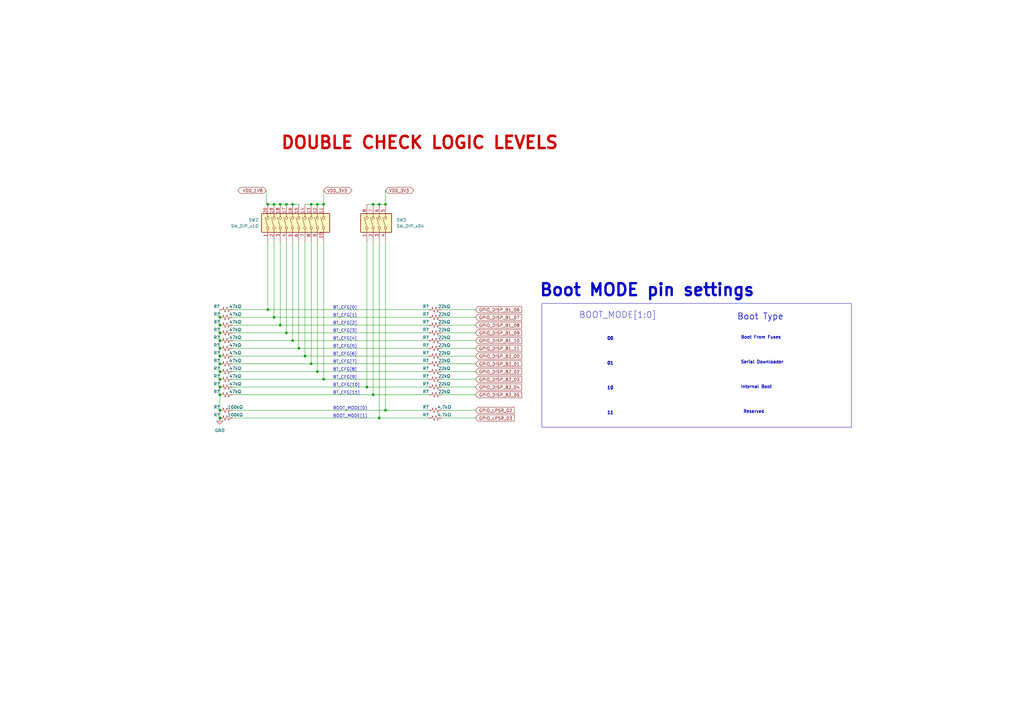
<source format=kicad_sch>
(kicad_sch (version 20230121) (generator eeschema)
  (paper "A3")
  (title_block (title "Soldermander") (date "2024-02-27") (rev "1.0") (company "Stanford Student Space Initiative") (comment 1 "RE: Flynn Dreilinger"))
  (lib_symbols
    (symbol "Device:R_Small_US" (pin_numbers hide) (pin_names (offset 0.254) hide)
      (property "Reference" "R" (at 0.762 0.508 0))
      (property "Value" "R_Small_US" (at 0.762 -1.016 0))
      (symbol "R_Small_US_1_1"
        (polyline (pts (xy 0 0) (xy 1.016 -0.381) (xy 0 -0.762) (xy -1.016 -1.143) (xy 0 -1.27)))
        (polyline (pts (xy 0 1.27) (xy 1.016 1.143) (xy 0 0.762) (xy -1.016 0.381) (xy 0 0)))
        (pin passive line (at 0 2.54 270) (length 1.016) (name "~") (number "1"))
        (pin passive line (at 0 -2.54 90) (length 1.016) (name "~") (number "2"))
      )
    )
    (symbol "Switch:SW_DIP_x04" (pin_names (offset 0) hide)
      (property "Reference" "SW" (at 0 8.89 0))
      (property "Value" "SW_DIP_x04" (at 0 -6.35 0))
      (symbol "SW_DIP_x04_0_0"
        (circle (center -2.032 -2.54) (radius 0.508))
        (circle (center -2.032 0) (radius 0.508))
        (circle (center -2.032 2.54) (radius 0.508))
        (circle (center -2.032 5.08) (radius 0.508))
        (polyline (pts (xy -1.27 -2.3876) (xy 2.3622 -1.3462)))
        (polyline (pts (xy -1.27 0.127) (xy 2.3622 1.1684)))
        (polyline (pts (xy -1.27 2.667) (xy 2.3622 3.7084)))
        (polyline (pts (xy -1.27 5.207) (xy 2.3622 6.2484)))
        (circle (center 2.032 -2.54) (radius 0.508))
        (circle (center 2.032 0) (radius 0.508))
        (circle (center 2.032 2.54) (radius 0.508))
        (circle (center 2.032 5.08) (radius 0.508))
      )
      (symbol "SW_DIP_x04_0_1"
        (rectangle (start -3.81 7.62) (end 3.81 -5.08) (stroke (width 0.254)) (fill (type background)))
      )
      (symbol "SW_DIP_x04_1_1"
        (pin passive line (at -7.62 5.08 0) (length 5.08) (name "~") (number "1"))
        (pin passive line (at -7.62 2.54 0) (length 5.08) (name "~") (number "2"))
        (pin passive line (at -7.62 0 0) (length 5.08) (name "~") (number "3"))
        (pin passive line (at -7.62 -2.54 0) (length 5.08) (name "~") (number "4"))
        (pin passive line (at 7.62 -2.54 180) (length 5.08) (name "~") (number "5"))
        (pin passive line (at 7.62 0 180) (length 5.08) (name "~") (number "6"))
        (pin passive line (at 7.62 2.54 180) (length 5.08) (name "~") (number "7"))
        (pin passive line (at 7.62 5.08 180) (length 5.08) (name "~") (number "8"))
      )
    )
    (symbol "Switch:SW_DIP_x10" (pin_names (offset 0) hide)
      (property "Reference" "SW" (at 0 16.51 0))
      (property "Value" "SW_DIP_x10" (at 0 -13.97 0))
      (symbol "SW_DIP_x10_0_0"
        (circle (center -2.032 -10.16) (radius 0.508))
        (circle (center -2.032 -7.62) (radius 0.508))
        (circle (center -2.032 -5.08) (radius 0.508))
        (circle (center -2.032 -2.54) (radius 0.508))
        (circle (center -2.032 0) (radius 0.508))
        (circle (center -2.032 2.54) (radius 0.508))
        (circle (center -2.032 5.08) (radius 0.508))
        (circle (center -2.032 7.62) (radius 0.508))
        (circle (center -2.032 10.16) (radius 0.508))
        (circle (center -2.032 12.7) (radius 0.508))
        (polyline (pts (xy -1.27 -10.0076) (xy 2.3622 -8.9662)))
        (polyline (pts (xy -1.27 -7.4676) (xy 2.3622 -6.4262)))
        (polyline (pts (xy -1.27 -4.9276) (xy 2.3622 -3.8862)))
        (polyline (pts (xy -1.27 -2.3876) (xy 2.3622 -1.3462)))
        (polyline (pts (xy -1.27 0.127) (xy 2.3622 1.1684)))
        (polyline (pts (xy -1.27 2.667) (xy 2.3622 3.7084)))
        (polyline (pts (xy -1.27 5.207) (xy 2.3622 6.2484)))
        (polyline (pts (xy -1.27 7.747) (xy 2.3622 8.7884)))
        (polyline (pts (xy -1.27 10.287) (xy 2.3622 11.3284)))
        (polyline (pts (xy -1.27 12.827) (xy 2.3622 13.8684)))
        (circle (center 2.032 -10.16) (radius 0.508))
        (circle (center 2.032 -7.62) (radius 0.508))
        (circle (center 2.032 -5.08) (radius 0.508))
        (circle (center 2.032 -2.54) (radius 0.508))
        (circle (center 2.032 0) (radius 0.508))
        (circle (center 2.032 2.54) (radius 0.508))
        (circle (center 2.032 5.08) (radius 0.508))
        (circle (center 2.032 7.62) (radius 0.508))
        (circle (center 2.032 10.16) (radius 0.508))
        (circle (center 2.032 12.7) (radius 0.508))
      )
      (symbol "SW_DIP_x10_0_1"
        (rectangle (start -3.81 15.24) (end 3.81 -12.7) (stroke (width 0.254)) (fill (type background)))
      )
      (symbol "SW_DIP_x10_1_1"
        (pin passive line (at -7.62 12.7 0) (length 5.08) (name "~") (number "1"))
        (pin passive line (at -7.62 -10.16 0) (length 5.08) (name "~") (number "10"))
        (pin passive line (at 7.62 -10.16 180) (length 5.08) (name "~") (number "11"))
        (pin passive line (at 7.62 -7.62 180) (length 5.08) (name "~") (number "12"))
        (pin passive line (at 7.62 -5.08 180) (length 5.08) (name "~") (number "13"))
        (pin passive line (at 7.62 -2.54 180) (length 5.08) (name "~") (number "14"))
        (pin passive line (at 7.62 0 180) (length 5.08) (name "~") (number "15"))
        (pin passive line (at 7.62 2.54 180) (length 5.08) (name "~") (number "16"))
        (pin passive line (at 7.62 5.08 180) (length 5.08) (name "~") (number "17"))
        (pin passive line (at 7.62 7.62 180) (length 5.08) (name "~") (number "18"))
        (pin passive line (at 7.62 10.16 180) (length 5.08) (name "~") (number "19"))
        (pin passive line (at -7.62 10.16 0) (length 5.08) (name "~") (number "2"))
        (pin passive line (at 7.62 12.7 180) (length 5.08) (name "~") (number "20"))
        (pin passive line (at -7.62 7.62 0) (length 5.08) (name "~") (number "3"))
        (pin passive line (at -7.62 5.08 0) (length 5.08) (name "~") (number "4"))
        (pin passive line (at -7.62 2.54 0) (length 5.08) (name "~") (number "5"))
        (pin passive line (at -7.62 0 0) (length 5.08) (name "~") (number "6"))
        (pin passive line (at -7.62 -2.54 0) (length 5.08) (name "~") (number "7"))
        (pin passive line (at -7.62 -5.08 0) (length 5.08) (name "~") (number "8"))
        (pin passive line (at -7.62 -7.62 0) (length 5.08) (name "~") (number "9"))
      )
    )
    (symbol "power:GND" (power) (pin_names (offset 0))
      (property "Value" "GND" (at 0 -3.81 0))
      (symbol "GND_0_1"
        (polyline (pts (xy 0 0) (xy 0 -1.27) (xy 1.27 -1.27) (xy 0 -2.54) (xy -1.27 -1.27) (xy 0 -1.27)))
      )
      (symbol "GND_1_1"
        (pin power_in line (at 0 0 270) (length 0) hide (name "GND") (number "1"))
      )
    )
  )
  (junction (at 114.935 83.82))
  (junction (at 90.17 171.45))
  (junction (at 90.17 136.525))
  (junction (at 90.17 168.275))
  (junction (at 155.575 83.82))
  (junction (at 125.095 146.05))
  (junction (at 90.17 142.875))
  (junction (at 112.395 83.82))
  (junction (at 132.715 83.82))
  (junction (at 109.855 83.82))
  (junction (at 120.015 83.82))
  (junction (at 122.555 142.875))
  (junction (at 90.17 130.175))
  (junction (at 127.635 83.82))
  (junction (at 90.17 133.35))
  (junction (at 130.175 152.4))
  (junction (at 158.115 83.82))
  (junction (at 158.115 168.275))
  (junction (at 155.575 171.45))
  (junction (at 132.715 155.575))
  (junction (at 150.495 158.75))
  (junction (at 153.035 83.82))
  (junction (at 90.17 161.925))
  (junction (at 130.175 83.82))
  (junction (at 90.17 149.225))
  (junction (at 127.635 149.225))
  (junction (at 114.935 133.35))
  (junction (at 117.475 83.82))
  (junction (at 112.395 130.175))
  (junction (at 90.17 146.05))
  (junction (at 117.475 136.525))
  (junction (at 153.035 161.925))
  (junction (at 90.17 139.7))
  (junction (at 90.17 152.4))
  (junction (at 120.015 139.7))
  (junction (at 90.17 158.75))
  (junction (at 90.17 155.575))
  (junction (at 109.855 127))
  (wire (pts (xy 153.035 99.06) (xy 153.035 161.925)))
  (wire (pts (xy 112.395 83.82) (xy 114.935 83.82)))
  (wire (pts (xy 90.17 146.05) (xy 90.17 149.225)))
  (wire (pts (xy 180.975 139.7) (xy 194.945 139.7)))
  (wire (pts (xy 180.975 155.575) (xy 194.945 155.575)))
  (wire (pts (xy 130.175 152.4) (xy 175.895 152.4)))
  (wire (pts (xy 95.25 155.575) (xy 132.715 155.575)))
  (wire (pts (xy 180.975 152.4) (xy 194.945 152.4)))
  (wire (pts (xy 120.015 83.82) (xy 122.555 83.82)))
  (wire (pts (xy 150.495 83.82) (xy 153.035 83.82)))
  (wire (pts (xy 90.17 152.4) (xy 90.17 155.575)))
  (wire (pts (xy 95.25 171.45) (xy 155.575 171.45)))
  (wire (pts (xy 153.035 161.925) (xy 175.895 161.925)))
  (wire (pts (xy 132.715 155.575) (xy 175.895 155.575)))
  (wire (pts (xy 180.975 149.225) (xy 194.945 149.225)))
  (wire (pts (xy 112.395 99.06) (xy 112.395 130.175)))
  (wire (pts (xy 95.25 142.875) (xy 122.555 142.875)))
  (wire (pts (xy 180.975 168.275) (xy 194.945 168.275)))
  (wire (pts (xy 150.495 99.06) (xy 150.495 158.75)))
  (wire (pts (xy 150.495 158.75) (xy 175.895 158.75)))
  (wire (pts (xy 180.975 127) (xy 194.945 127)))
  (wire (pts (xy 90.17 127) (xy 90.17 130.175)))
  (wire (pts (xy 90.17 139.7) (xy 90.17 142.875)))
  (wire (pts (xy 90.17 155.575) (xy 90.17 158.75)))
  (wire (pts (xy 180.975 158.75) (xy 194.945 158.75)))
  (wire (pts (xy 180.975 171.45) (xy 194.945 171.45)))
  (wire (pts (xy 158.115 78.105) (xy 158.115 83.82)))
  (wire (pts (xy 180.975 161.925) (xy 194.945 161.925)))
  (wire (pts (xy 114.935 83.82) (xy 117.475 83.82)))
  (wire (pts (xy 180.975 142.875) (xy 194.945 142.875)))
  (wire (pts (xy 153.035 83.82) (xy 155.575 83.82)))
  (wire (pts (xy 95.25 133.35) (xy 114.935 133.35)))
  (wire (pts (xy 132.715 78.105) (xy 132.715 83.82)))
  (wire (pts (xy 155.575 83.82) (xy 158.115 83.82)))
  (wire (pts (xy 95.25 127) (xy 109.855 127)))
  (wire (pts (xy 127.635 149.225) (xy 175.895 149.225)))
  (wire (pts (xy 158.115 168.275) (xy 175.895 168.275)))
  (wire (pts (xy 122.555 99.06) (xy 122.555 142.875)))
  (wire (pts (xy 90.17 136.525) (xy 90.17 139.7)))
  (wire (pts (xy 127.635 99.06) (xy 127.635 149.225)))
  (wire (pts (xy 90.17 149.225) (xy 90.17 152.4)))
  (wire (pts (xy 90.17 142.875) (xy 90.17 146.05)))
  (wire (pts (xy 130.175 83.82) (xy 132.715 83.82)))
  (wire (pts (xy 109.855 127) (xy 175.895 127)))
  (wire (pts (xy 95.25 158.75) (xy 150.495 158.75)))
  (wire (pts (xy 95.25 146.05) (xy 125.095 146.05)))
  (wire (pts (xy 90.17 130.175) (xy 90.17 133.35)))
  (wire (pts (xy 95.25 168.275) (xy 158.115 168.275)))
  (wire (pts (xy 120.015 99.06) (xy 120.015 139.7)))
  (wire (pts (xy 109.855 99.06) (xy 109.855 127)))
  (wire (pts (xy 120.015 139.7) (xy 175.895 139.7)))
  (wire (pts (xy 90.17 158.75) (xy 90.17 161.925)))
  (wire (pts (xy 109.855 83.82) (xy 112.395 83.82)))
  (wire (pts (xy 180.975 146.05) (xy 194.945 146.05)))
  (wire (pts (xy 95.25 136.525) (xy 117.475 136.525)))
  (wire (pts (xy 117.475 99.06) (xy 117.475 136.525)))
  (wire (pts (xy 95.25 149.225) (xy 127.635 149.225)))
  (wire (pts (xy 95.25 152.4) (xy 130.175 152.4)))
  (wire (pts (xy 95.25 139.7) (xy 120.015 139.7)))
  (wire (pts (xy 130.175 99.06) (xy 130.175 152.4)))
  (wire (pts (xy 155.575 171.45) (xy 175.895 171.45)))
  (wire (pts (xy 114.935 133.35) (xy 175.895 133.35)))
  (wire (pts (xy 180.975 130.175) (xy 194.945 130.175)))
  (wire (pts (xy 132.715 99.06) (xy 132.715 155.575)))
  (wire (pts (xy 109.22 83.82) (xy 109.855 83.82)))
  (wire (pts (xy 90.17 161.925) (xy 90.17 168.275)))
  (wire (pts (xy 90.17 133.35) (xy 90.17 136.525)))
  (wire (pts (xy 109.22 78.105) (xy 109.22 83.82)))
  (wire (pts (xy 125.095 146.05) (xy 175.895 146.05)))
  (wire (pts (xy 114.935 99.06) (xy 114.935 133.35)))
  (wire (pts (xy 95.25 130.175) (xy 112.395 130.175)))
  (wire (pts (xy 180.975 136.525) (xy 194.945 136.525)))
  (wire (pts (xy 158.115 99.06) (xy 158.115 168.275)))
  (wire (pts (xy 180.975 133.35) (xy 194.945 133.35)))
  (wire (pts (xy 155.575 99.06) (xy 155.575 171.45)))
  (wire (pts (xy 127.635 83.82) (xy 130.175 83.82)))
  (wire (pts (xy 95.25 161.925) (xy 153.035 161.925)))
  (wire (pts (xy 112.395 130.175) (xy 175.895 130.175)))
  (wire (pts (xy 122.555 142.875) (xy 175.895 142.875)))
  (wire (pts (xy 125.095 83.82) (xy 127.635 83.82)))
  (wire (pts (xy 117.475 136.525) (xy 175.895 136.525)))
  (wire (pts (xy 90.17 168.275) (xy 90.17 171.45)))
  (wire (pts (xy 125.095 99.06) (xy 125.095 146.05)))
  (wire (pts (xy 117.475 83.82) (xy 120.015 83.82)))
  (rectangle (start 222.25 124.46) (end 349.25 175.26))
  (text "BOOT_MODE[1]" (at 136.525 171.45 0) (effects (font (size 1.27 1.27)) (justify left bottom)))
  (text "Internal Boot" (at 303.784 159.512 0) (effects (font (size 1.27 1.27) (thickness 0.2438) bold) (justify left bottom)))
  (text "11" (at 248.92 170.18 0) (effects (font (size 1.27 1.27) (thickness 0.3048) bold) (justify left bottom)))
  (text "DOUBLE CHECK LOGIC LEVELS\n" (at 114.935 61.595 0) (effects (font (size 5 5) (thickness 1) bold) (justify left bottom)))
  (text "BT_CFG[10]" (at 136.525 158.75 0) (effects (font (size 1.27 1.27)) (justify left bottom)))
  (text "10" (at 248.92 160.02 0) (effects (font (size 1.27 1.27) (thickness 0.3048) bold) (justify left bottom)))
  (text "BT_CFG[6]" (at 136.525 146.05 0) (effects (font (size 1.27 1.27)) (justify left bottom)))
  (text "BT_CFG[8]" (at 136.525 152.4 0) (effects (font (size 1.27 1.27)) (justify left bottom)))
  (text "Serial Downloader" (at 303.784 149.352 0) (effects (font (size 1.27 1.27) (thickness 0.2438) bold) (justify left bottom)))
  (text "BT_CFG[2]" (at 136.525 133.35 0) (effects (font (size 1.27 1.27)) (justify left bottom)))
  (text "BT_CFG[4]" (at 136.525 139.7 0) (effects (font (size 1.27 1.27)) (justify left bottom)))
  (text "BT_CFG[9]" (at 136.525 155.575 0) (effects (font (size 1.27 1.27)) (justify left bottom)))
  (text "00" (at 248.92 139.7 0) (effects (font (size 1.27 1.27) (thickness 0.3048) bold) (justify left bottom)))
  (text "Boot From Fuses" (at 303.784 139.192 0) (effects (font (size 1.27 1.27) (thickness 0.2438) bold) (justify left bottom)))
  (text "BT_CFG[1]" (at 136.525 130.175 0) (effects (font (size 1.27 1.27)) (justify left bottom)))
  (text "Reserved" (at 304.8 169.672 0) (effects (font (size 1.27 1.27) (thickness 0.2438) bold) (justify left bottom)))
  (text "BT_CFG[0]" (at 136.525 127 0) (effects (font (size 1.27 1.27)) (justify left bottom)))
  (text "BT_CFG[11]" (at 136.525 161.925 0) (effects (font (size 1.27 1.27)) (justify left bottom)))
  (text "BOOT_MODE[1:0]" (at 237.49 130.81 0) (effects (font (size 2.54 2.54)) (justify left bottom)))
  (text "BT_CFG[5]" (at 136.525 142.875 0) (effects (font (size 1.27 1.27)) (justify left bottom)))
  (text "01" (at 248.92 149.86 0) (effects (font (size 1.27 1.27) (thickness 0.3048) bold) (justify left bottom)))
  (text "BOOT_MODE[0]" (at 136.525 168.275 0) (effects (font (size 1.27 1.27)) (justify left bottom)))
  (text "Boot Type" (at 302.26 131.445 0) (effects (font (size 2.54 2.54) (thickness 0.2438) bold) (justify left bottom)))
  (text "Boot MODE pin settings" (at 220.98 121.92 0) (effects (font (size 4.8768 4.8768) (thickness 0.9754) bold) (justify left bottom)))
  (text "BT_CFG[3]" (at 136.525 136.525 0) (effects (font (size 1.27 1.27)) (justify left bottom)))
  (text "BT_CFG[7]" (at 136.525 149.225 0) (effects (font (size 1.27 1.27)) (justify left bottom)))
  (global_label "GPIO_DISP_B1_09" (shape input) (at 194.945 136.525 0) (property "Intersheetrefs" "${INTERSHEET_REFS}" (effects hide)))
  (global_label "GPIO_DISP_B1_07" (shape input) (at 194.945 130.175 0) (property "Intersheetrefs" "${INTERSHEET_REFS}" (effects hide)))
  (global_label "GPIO_DISP_B1_08" (shape input) (at 194.945 133.35 0) (property "Intersheetrefs" "${INTERSHEET_REFS}" (effects hide)))
  (global_label "GPIO_DISP_B2_04" (shape input) (at 194.945 158.75 0) (property "Intersheetrefs" "${INTERSHEET_REFS}" (effects hide)))
  (global_label "GPIO_DISP_B2_03" (shape input) (at 194.945 155.575 0) (property "Intersheetrefs" "${INTERSHEET_REFS}" (effects hide)))
  (global_label "GPIO_DISP_B1_11" (shape input) (at 194.945 142.875 0) (property "Intersheetrefs" "${INTERSHEET_REFS}" (effects hide)))
  (global_label "GPIO_LPSR_03" (shape input) (at 194.945 171.45 0) (property "Intersheetrefs" "${INTERSHEET_REFS}" (effects hide)))
  (global_label "GPIO_DISP_B2_00" (shape input) (at 194.945 146.05 0) (property "Intersheetrefs" "${INTERSHEET_REFS}" (effects hide)))
  (global_label "GPIO_DISP_B1_06" (shape input) (at 194.945 127 0) (property "Intersheetrefs" "${INTERSHEET_REFS}" (effects hide)))
  (global_label "GPIO_DISP_B2_01" (shape input) (at 194.945 149.225 0) (property "Intersheetrefs" "${INTERSHEET_REFS}" (effects hide)))
  (global_label "VDD_3V3" (shape bidirectional) (at 132.715 78.105 0) (property "Intersheetrefs" "${INTERSHEET_REFS}" (effects hide)))
  (global_label "GPIO_LPSR_02" (shape input) (at 194.945 168.275 0) (property "Intersheetrefs" "${INTERSHEET_REFS}" (effects hide)))
  (global_label "VDD_1V8" (shape bidirectional) (at 109.22 78.105 180) (property "Intersheetrefs" "${INTERSHEET_REFS}" (effects hide)))
  (global_label "GPIO_DISP_B2_05" (shape input) (at 194.945 161.925 0) (property "Intersheetrefs" "${INTERSHEET_REFS}" (effects hide)))
  (global_label "VDD_3V3" (shape bidirectional) (at 158.115 78.105 0) (property "Intersheetrefs" "${INTERSHEET_REFS}" (effects hide)))
  (global_label "GPIO_DISP_B2_02" (shape input) (at 194.945 152.4 0) (property "Intersheetrefs" "${INTERSHEET_REFS}" (effects hide)))
  (global_label "GPIO_DISP_B1_10" (shape input) (at 194.945 139.7 0) (property "Intersheetrefs" "${INTERSHEET_REFS}" (effects hide)))
  (symbol (lib_id "Device:R_Small_US") (at 92.71 127 90) (unit 1)
    (property "Reference" "R?" (at 88.9 125.73 90))
    (property "Value" "47kΩ" (at 96.52 125.73 90))
    (property "Footprint" "adcs:Perfect_0402" (effects hide))
    (property "Footprint (for JLCPCB)" "0402" (effects hide))
    (instances (project "cpu_board" (path "" (reference "R?") (unit 1)) (path "" (reference "R?") (unit 1)) (path "" (reference "R?") (unit 1)) (path "" (reference "R?") (unit 1)) (path "" (reference "R?") (unit 1)) (path "" (reference "R?") (unit 1)) (path "" (reference "R37") (unit 1))))
  )
  (symbol (lib_id "Device:R_Small_US") (at 178.435 168.275 90) (unit 1)
    (property "Reference" "R?" (at 174.625 167.005 90))
    (property "Value" "4.7kΩ" (at 182.245 167.005 90))
    (property "Footprint" "adcs:Perfect_0402" (effects hide))
    (property "Footprint (for JLCPCB)" "0402" (effects hide))
    (instances (project "cpu_board" (path "" (reference "R?") (unit 1)) (path "" (reference "R?") (unit 1)) (path "" (reference "R?") (unit 1)) (path "" (reference "R?") (unit 1)) (path "" (reference "R?") (unit 1)) (path "" (reference "R?") (unit 1)) (path "" (reference "R63") (unit 1))))
  )
  (symbol (lib_id "Device:R_Small_US") (at 178.435 158.75 90) (unit 1)
    (property "Reference" "R?" (at 174.625 157.48 90))
    (property "Value" "22kΩ" (at 182.245 157.48 90))
    (property "Footprint" "adcs:Perfect_0402" (effects hide))
    (property "Footprint (for JLCPCB)" "0402" (effects hide))
    (instances (project "cpu_board" (path "" (reference "R?") (unit 1)) (path "" (reference "R?") (unit 1)) (path "" (reference "R?") (unit 1)) (path "" (reference "R?") (unit 1)) (path "" (reference "R?") (unit 1)) (path "" (reference "R?") (unit 1)) (path "" (reference "R61") (unit 1))))
  )
  (symbol (lib_id "Device:R_Small_US") (at 92.71 136.525 90) (unit 1)
    (property "Reference" "R?" (at 88.9 135.255 90))
    (property "Value" "47kΩ" (at 96.52 135.255 90))
    (property "Footprint" "adcs:Perfect_0402" (effects hide))
    (property "Footprint (for JLCPCB)" "0402" (effects hide))
    (instances (project "cpu_board" (path "" (reference "R?") (unit 1)) (path "" (reference "R?") (unit 1)) (path "" (reference "R?") (unit 1)) (path "" (reference "R?") (unit 1)) (path "" (reference "R?") (unit 1)) (path "" (reference "R?") (unit 1)) (path "" (reference "R40") (unit 1))))
  )
  (symbol (lib_id "Device:R_Small_US") (at 92.71 133.35 90) (unit 1)
    (property "Reference" "R?" (at 88.9 132.08 90))
    (property "Value" "47kΩ" (at 96.52 132.08 90))
    (property "Footprint" "adcs:Perfect_0402" (effects hide))
    (property "Footprint (for JLCPCB)" "0402" (effects hide))
    (instances (project "cpu_board" (path "" (reference "R?") (unit 1)) (path "" (reference "R?") (unit 1)) (path "" (reference "R?") (unit 1)) (path "" (reference "R?") (unit 1)) (path "" (reference "R?") (unit 1)) (path "" (reference "R?") (unit 1)) (path "" (reference "R39") (unit 1))))
  )
  (symbol (lib_id "Device:R_Small_US") (at 178.435 152.4 90) (unit 1)
    (property "Reference" "R?" (at 174.625 151.13 90))
    (property "Value" "22kΩ" (at 182.245 151.13 90))
    (property "Footprint" "adcs:Perfect_0402" (effects hide))
    (property "Footprint (for JLCPCB)" "0402" (effects hide))
    (instances (project "cpu_board" (path "" (reference "R?") (unit 1)) (path "" (reference "R?") (unit 1)) (path "" (reference "R?") (unit 1)) (path "" (reference "R?") (unit 1)) (path "" (reference "R?") (unit 1)) (path "" (reference "R?") (unit 1)) (path "" (reference "R59") (unit 1))))
  )
  (symbol (lib_id "Device:R_Small_US") (at 178.435 155.575 90) (unit 1)
    (property "Reference" "R?" (at 174.625 154.305 90))
    (property "Value" "22kΩ" (at 182.245 154.305 90))
    (property "Footprint" "adcs:Perfect_0402" (effects hide))
    (property "Footprint (for JLCPCB)" "0402" (effects hide))
    (instances (project "cpu_board" (path "" (reference "R?") (unit 1)) (path "" (reference "R?") (unit 1)) (path "" (reference "R?") (unit 1)) (path "" (reference "R?") (unit 1)) (path "" (reference "R?") (unit 1)) (path "" (reference "R?") (unit 1)) (path "" (reference "R60") (unit 1))))
  )
  (symbol (lib_id "Device:R_Small_US") (at 92.71 146.05 90) (unit 1)
    (property "Reference" "R?" (at 88.9 144.78 90))
    (property "Value" "47kΩ" (at 96.52 144.78 90))
    (property "Footprint" "adcs:Perfect_0402" (effects hide))
    (property "Footprint (for JLCPCB)" "0402" (effects hide))
    (instances (project "cpu_board" (path "" (reference "R?") (unit 1)) (path "" (reference "R?") (unit 1)) (path "" (reference "R?") (unit 1)) (path "" (reference "R?") (unit 1)) (path "" (reference "R?") (unit 1)) (path "" (reference "R?") (unit 1)) (path "" (reference "R43") (unit 1))))
  )
  (symbol (lib_id "Device:R_Small_US") (at 92.71 161.925 90) (unit 1)
    (property "Reference" "R?" (at 88.9 160.655 90))
    (property "Value" "47kΩ" (at 96.52 160.655 90))
    (property "Footprint" "adcs:Perfect_0402" (effects hide))
    (property "Footprint (for JLCPCB)" "0402" (effects hide))
    (instances (project "cpu_board" (path "" (reference "R?") (unit 1)) (path "" (reference "R?") (unit 1)) (path "" (reference "R?") (unit 1)) (path "" (reference "R?") (unit 1)) (path "" (reference "R?") (unit 1)) (path "" (reference "R?") (unit 1)) (path "" (reference "R48") (unit 1))))
  )
  (symbol (lib_id "Device:R_Small_US") (at 178.435 136.525 90) (unit 1)
    (property "Reference" "R?" (at 174.625 135.255 90))
    (property "Value" "22kΩ" (at 182.245 135.255 90))
    (property "Footprint" "adcs:Perfect_0402" (effects hide))
    (property "Footprint (for JLCPCB)" "0402" (effects hide))
    (instances (project "cpu_board" (path "" (reference "R?") (unit 1)) (path "" (reference "R?") (unit 1)) (path "" (reference "R?") (unit 1)) (path "" (reference "R?") (unit 1)) (path "" (reference "R?") (unit 1)) (path "" (reference "R?") (unit 1)) (path "" (reference "R54") (unit 1))))
  )
  (symbol (lib_id "Device:R_Small_US") (at 178.435 130.175 90) (unit 1)
    (property "Reference" "R?" (at 174.625 128.905 90))
    (property "Value" "22kΩ" (at 182.245 128.905 90))
    (property "Footprint" "adcs:Perfect_0402" (effects hide))
    (property "Footprint (for JLCPCB)" "0402" (effects hide))
    (instances (project "cpu_board" (path "" (reference "R?") (unit 1)) (path "" (reference "R?") (unit 1)) (path "" (reference "R?") (unit 1)) (path "" (reference "R?") (unit 1)) (path "" (reference "R?") (unit 1)) (path "" (reference "R?") (unit 1)) (path "" (reference "R52") (unit 1))))
  )
  (symbol (lib_id "Device:R_Small_US") (at 92.71 139.7 90) (unit 1)
    (property "Reference" "R?" (at 88.9 138.43 90))
    (property "Value" "47kΩ" (at 96.52 138.43 90))
    (property "Footprint" "adcs:Perfect_0402" (effects hide))
    (property "Footprint (for JLCPCB)" "0402" (effects hide))
    (instances (project "cpu_board" (path "" (reference "R?") (unit 1)) (path "" (reference "R?") (unit 1)) (path "" (reference "R?") (unit 1)) (path "" (reference "R?") (unit 1)) (path "" (reference "R?") (unit 1)) (path "" (reference "R?") (unit 1)) (path "" (reference "R41") (unit 1))))
  )
  (symbol (lib_id "Device:R_Small_US") (at 92.71 168.275 90) (unit 1)
    (property "Reference" "R?" (at 88.9 167.005 90))
    (property "Value" "100kΩ" (at 96.52 167.005 90))
    (property "Footprint" "adcs:Perfect_0402" (effects hide))
    (property "Footprint (for JLCPCB)" "0402" (effects hide))
    (instances (project "cpu_board" (path "" (reference "R?") (unit 1)) (path "" (reference "R?") (unit 1)) (path "" (reference "R?") (unit 1)) (path "" (reference "R?") (unit 1)) (path "" (reference "R?") (unit 1)) (path "" (reference "R?") (unit 1)) (path "" (reference "R49") (unit 1))))
  )
  (symbol (lib_id "power:GND") (at 90.17 171.45 0) (unit 1)
    (property "Reference" "#PWR068" (effects hide))
    (property "Value" "GND" (at 90.17 176.53 0))
  )
  (symbol (lib_id "Device:R_Small_US") (at 178.435 133.35 90) (unit 1)
    (property "Reference" "R?" (at 174.625 132.08 90))
    (property "Value" "22kΩ" (at 182.245 132.08 90))
    (property "Footprint" "adcs:Perfect_0402" (effects hide))
    (property "Footprint (for JLCPCB)" "0402" (effects hide))
    (instances (project "cpu_board" (path "" (reference "R?") (unit 1)) (path "" (reference "R?") (unit 1)) (path "" (reference "R?") (unit 1)) (path "" (reference "R?") (unit 1)) (path "" (reference "R?") (unit 1)) (path "" (reference "R?") (unit 1)) (path "" (reference "R53") (unit 1))))
  )
  (symbol (lib_id "Device:R_Small_US") (at 92.71 152.4 90) (unit 1)
    (property "Reference" "R?" (at 88.9 151.13 90))
    (property "Value" "47kΩ" (at 96.52 151.13 90))
    (property "Footprint" "adcs:Perfect_0402" (effects hide))
    (property "Footprint (for JLCPCB)" "0402" (effects hide))
    (instances (project "cpu_board" (path "" (reference "R?") (unit 1)) (path "" (reference "R?") (unit 1)) (path "" (reference "R?") (unit 1)) (path "" (reference "R?") (unit 1)) (path "" (reference "R?") (unit 1)) (path "" (reference "R?") (unit 1)) (path "" (reference "R45") (unit 1))))
  )
  (symbol (lib_id "Device:R_Small_US") (at 178.435 149.225 90) (unit 1)
    (property "Reference" "R?" (at 174.625 147.955 90))
    (property "Value" "22kΩ" (at 182.245 147.955 90))
    (property "Footprint" "adcs:Perfect_0402" (effects hide))
    (property "Footprint (for JLCPCB)" "0402" (effects hide))
    (instances (project "cpu_board" (path "" (reference "R?") (unit 1)) (path "" (reference "R?") (unit 1)) (path "" (reference "R?") (unit 1)) (path "" (reference "R?") (unit 1)) (path "" (reference "R?") (unit 1)) (path "" (reference "R?") (unit 1)) (path "" (reference "R58") (unit 1))))
  )
  (symbol (lib_id "Device:R_Small_US") (at 178.435 139.7 90) (unit 1)
    (property "Reference" "R?" (at 174.625 138.43 90))
    (property "Value" "22kΩ" (at 182.245 138.43 90))
    (property "Footprint" "adcs:Perfect_0402" (effects hide))
    (property "Footprint (for JLCPCB)" "0402" (effects hide))
    (instances (project "cpu_board" (path "" (reference "R?") (unit 1)) (path "" (reference "R?") (unit 1)) (path "" (reference "R?") (unit 1)) (path "" (reference "R?") (unit 1)) (path "" (reference "R?") (unit 1)) (path "" (reference "R?") (unit 1)) (path "" (reference "R55") (unit 1))))
  )
  (symbol (lib_id "Device:R_Small_US") (at 92.71 158.75 90) (unit 1)
    (property "Reference" "R?" (at 88.9 157.48 90))
    (property "Value" "47kΩ" (at 96.52 157.48 90))
    (property "Footprint" "adcs:Perfect_0402" (effects hide))
    (property "Footprint (for JLCPCB)" "0402" (effects hide))
    (instances (project "cpu_board" (path "" (reference "R?") (unit 1)) (path "" (reference "R?") (unit 1)) (path "" (reference "R?") (unit 1)) (path "" (reference "R?") (unit 1)) (path "" (reference "R?") (unit 1)) (path "" (reference "R?") (unit 1)) (path "" (reference "R47") (unit 1))))
  )
  (symbol (lib_id "Device:R_Small_US") (at 178.435 146.05 90) (unit 1)
    (property "Reference" "R?" (at 174.625 144.78 90))
    (property "Value" "22kΩ" (at 182.245 144.78 90))
    (property "Footprint" "adcs:Perfect_0402" (effects hide))
    (property "Footprint (for JLCPCB)" "0402" (effects hide))
    (instances (project "cpu_board" (path "" (reference "R?") (unit 1)) (path "" (reference "R?") (unit 1)) (path "" (reference "R?") (unit 1)) (path "" (reference "R?") (unit 1)) (path "" (reference "R?") (unit 1)) (path "" (reference "R?") (unit 1)) (path "" (reference "R57") (unit 1))))
  )
  (symbol (lib_id "Device:R_Small_US") (at 178.435 161.925 90) (unit 1)
    (property "Reference" "R?" (at 174.625 160.655 90))
    (property "Value" "22kΩ" (at 182.245 160.655 90))
    (property "Footprint" "adcs:Perfect_0402" (effects hide))
    (property "Footprint (for JLCPCB)" "0402" (effects hide))
    (instances (project "cpu_board" (path "" (reference "R?") (unit 1)) (path "" (reference "R?") (unit 1)) (path "" (reference "R?") (unit 1)) (path "" (reference "R?") (unit 1)) (path "" (reference "R?") (unit 1)) (path "" (reference "R?") (unit 1)) (path "" (reference "R62") (unit 1))))
  )
  (symbol (lib_id "Device:R_Small_US") (at 178.435 171.45 90) (unit 1)
    (property "Reference" "R?" (at 174.625 170.18 90))
    (property "Value" "4.7kΩ" (at 182.245 170.18 90))
    (property "Footprint" "adcs:Perfect_0402" (effects hide))
    (property "Footprint (for JLCPCB)" "0402" (effects hide))
    (instances (project "cpu_board" (path "" (reference "R?") (unit 1)) (path "" (reference "R?") (unit 1)) (path "" (reference "R?") (unit 1)) (path "" (reference "R?") (unit 1)) (path "" (reference "R?") (unit 1)) (path "" (reference "R?") (unit 1)) (path "" (reference "R64") (unit 1))))
  )
  (symbol (lib_id "Device:R_Small_US") (at 92.71 149.225 90) (unit 1)
    (property "Reference" "R?" (at 88.9 147.955 90))
    (property "Value" "47kΩ" (at 96.52 147.955 90))
    (property "Footprint" "adcs:Perfect_0402" (effects hide))
    (property "Footprint (for JLCPCB)" "0402" (effects hide))
    (instances (project "cpu_board" (path "" (reference "R?") (unit 1)) (path "" (reference "R?") (unit 1)) (path "" (reference "R?") (unit 1)) (path "" (reference "R?") (unit 1)) (path "" (reference "R?") (unit 1)) (path "" (reference "R?") (unit 1)) (path "" (reference "R44") (unit 1))))
  )
  (symbol (lib_id "Device:R_Small_US") (at 178.435 142.875 90) (unit 1)
    (property "Reference" "R?" (at 174.625 141.605 90))
    (property "Value" "22kΩ" (at 182.245 141.605 90))
    (property "Footprint" "adcs:Perfect_0402" (effects hide))
    (property "Footprint (for JLCPCB)" "0402" (effects hide))
    (instances (project "cpu_board" (path "" (reference "R?") (unit 1)) (path "" (reference "R?") (unit 1)) (path "" (reference "R?") (unit 1)) (path "" (reference "R?") (unit 1)) (path "" (reference "R?") (unit 1)) (path "" (reference "R?") (unit 1)) (path "" (reference "R56") (unit 1))))
  )
  (symbol (lib_id "Device:R_Small_US") (at 178.435 127 90) (unit 1)
    (property "Reference" "R?" (at 174.625 125.73 90))
    (property "Value" "22kΩ" (at 182.245 125.73 90))
    (property "Footprint" "adcs:Perfect_0402" (effects hide))
    (property "Footprint (for JLCPCB)" "0402" (effects hide))
    (instances (project "cpu_board" (path "" (reference "R?") (unit 1)) (path "" (reference "R?") (unit 1)) (path "" (reference "R?") (unit 1)) (path "" (reference "R?") (unit 1)) (path "" (reference "R?") (unit 1)) (path "" (reference "R?") (unit 1)) (path "" (reference "R51") (unit 1))))
  )
  (symbol (lib_id "Device:R_Small_US") (at 92.71 130.175 90) (unit 1)
    (property "Reference" "R?" (at 88.9 128.905 90))
    (property "Value" "47kΩ" (at 96.52 128.905 90))
    (property "Footprint" "adcs:Perfect_0402" (effects hide))
    (property "Footprint (for JLCPCB)" "0402" (effects hide))
    (instances (project "cpu_board" (path "" (reference "R?") (unit 1)) (path "" (reference "R?") (unit 1)) (path "" (reference "R?") (unit 1)) (path "" (reference "R?") (unit 1)) (path "" (reference "R?") (unit 1)) (path "" (reference "R?") (unit 1)) (path "" (reference "R38") (unit 1))))
  )
  (symbol (lib_id "Device:R_Small_US") (at 92.71 142.875 90) (unit 1)
    (property "Reference" "R?" (at 88.9 141.605 90))
    (property "Value" "47kΩ" (at 96.52 141.605 90))
    (property "Footprint" "adcs:Perfect_0402" (effects hide))
    (property "Footprint (for JLCPCB)" "0402" (effects hide))
    (instances (project "cpu_board" (path "" (reference "R?") (unit 1)) (path "" (reference "R?") (unit 1)) (path "" (reference "R?") (unit 1)) (path "" (reference "R?") (unit 1)) (path "" (reference "R?") (unit 1)) (path "" (reference "R?") (unit 1)) (path "" (reference "R42") (unit 1))))
  )
  (symbol (lib_id "Switch:SW_DIP_x10") (at 122.555 91.44 90) (unit 1)
    (property "Reference" "SW2" (at 106.045 90.17 90) (effects (justify left)))
    (property "Value" "SW_DIP_x10" (at 106.045 92.71 90) (effects (justify left)))
    (property "Footprint" "adcs:SW-SMD_DSHP10TS-S" (effects hide))
    (property "JLCPCB P/N Proto" "C319046" (effects hide))
    (property "Proto" "DSHP10TS-S" (effects hide))
  )
  (symbol (lib_id "Device:R_Small_US") (at 92.71 171.45 90) (unit 1)
    (property "Reference" "R?" (at 88.9 170.18 90))
    (property "Value" "100kΩ" (at 96.52 170.18 90))
    (property "Footprint" "adcs:Perfect_0402" (effects hide))
    (property "Footprint (for JLCPCB)" "0402" (effects hide))
    (instances (project "cpu_board" (path "" (reference "R?") (unit 1)) (path "" (reference "R?") (unit 1)) (path "" (reference "R?") (unit 1)) (path "" (reference "R?") (unit 1)) (path "" (reference "R?") (unit 1)) (path "" (reference "R?") (unit 1)) (path "" (reference "R50") (unit 1))))
  )
  (symbol (lib_id "Device:R_Small_US") (at 92.71 155.575 90) (unit 1)
    (property "Reference" "R?" (at 88.9 154.305 90))
    (property "Value" "47kΩ" (at 96.52 154.305 90))
    (property "Footprint" "adcs:Perfect_0402" (effects hide))
    (property "Footprint (for JLCPCB)" "0402" (effects hide))
    (instances (project "cpu_board" (path "" (reference "R?") (unit 1)) (path "" (reference "R?") (unit 1)) (path "" (reference "R?") (unit 1)) (path "" (reference "R?") (unit 1)) (path "" (reference "R?") (unit 1)) (path "" (reference "R?") (unit 1)) (path "" (reference "R46") (unit 1))))
  )
  (symbol (lib_id "Switch:SW_DIP_x04") (at 155.575 91.44 90) (unit 1)
    (property "Reference" "SW3" (at 162.56 90.17 90) (effects (justify right)))
    (property "Value" "SW_DIP_x04" (at 162.56 92.71 90) (effects (justify right)))
    (property "Footprint" "adcs:SW-SMD_8P-L6.7-W5.4-P1.27-LS8.5" (effects hide))
    (property "JLCPCB P/N Proto" "C319050" (effects hide))
    (property "Proto" "DSHP04TS-S" (effects hide))
  )
)
</source>
